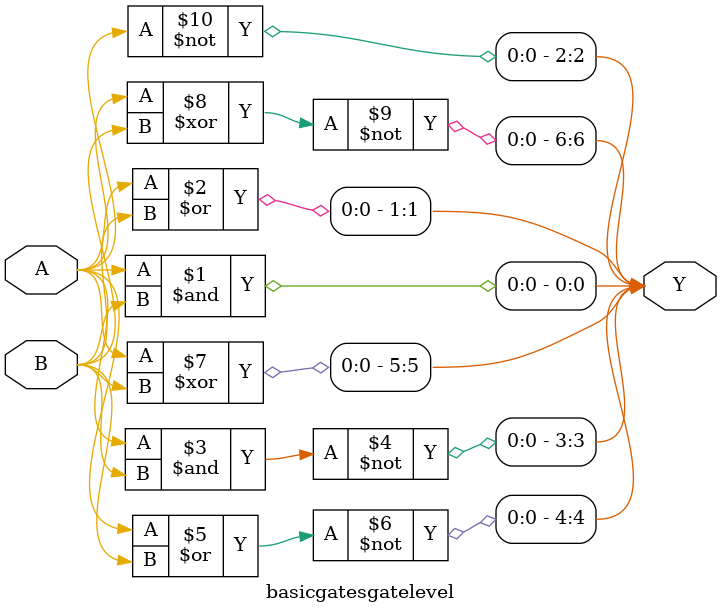
<source format=v>
`timescale 1ns / 1ps
module basicgatesgatelevel(A,B,Y);
	 input A,B;
	 output [0:6]Y;
	 and g0(Y[0],A,B);
	 or g1(Y[1],A,B);
	 not g2(Y[2],A);
	 nand g3(Y[3],A,B);
	 nor g4(Y[4],A,B);
	 xor g5(Y[5],A,B);
	 xnor g6(Y[6],A,B);


endmodule

</source>
